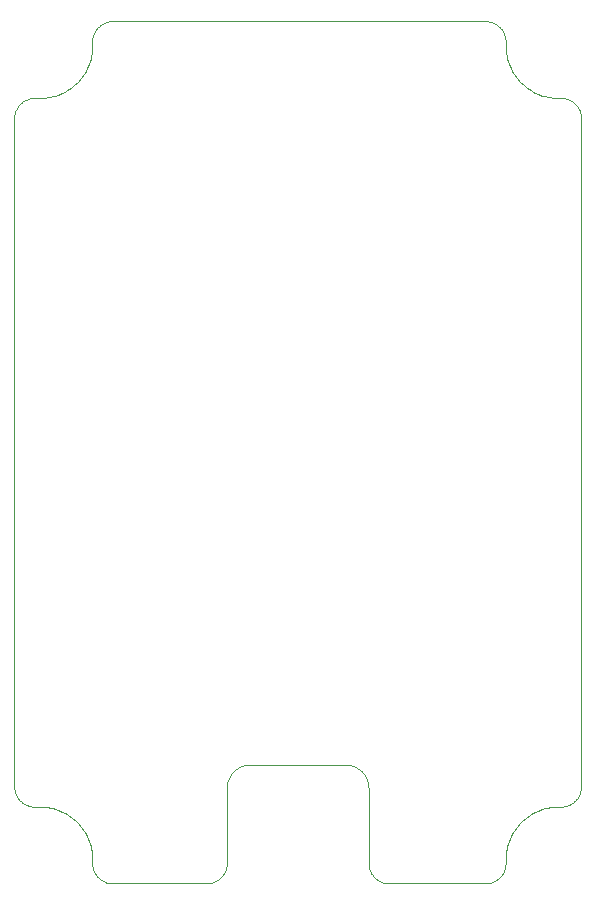
<source format=gbr>
%TF.GenerationSoftware,KiCad,Pcbnew,(6.0.11)*%
%TF.CreationDate,2024-12-16T16:40:19+01:00*%
%TF.ProjectId,Solfacon,536f6c66-6163-46f6-9e2e-6b696361645f,rev?*%
%TF.SameCoordinates,Original*%
%TF.FileFunction,Profile,NP*%
%FSLAX46Y46*%
G04 Gerber Fmt 4.6, Leading zero omitted, Abs format (unit mm)*
G04 Created by KiCad (PCBNEW (6.0.11)) date 2024-12-16 16:40:19*
%MOMM*%
%LPD*%
G01*
G04 APERTURE LIST*
%TA.AperFunction,Profile*%
%ADD10C,0.000100*%
%TD*%
G04 APERTURE END LIST*
D10*
X69973464Y-30002233D02*
X70060831Y-30008872D01*
X70146928Y-30019808D01*
X70231646Y-30034933D01*
X70314878Y-30054139D01*
X70396516Y-30077318D01*
X70476450Y-30104361D01*
X70554574Y-30135162D01*
X70630780Y-30169611D01*
X70704958Y-30207601D01*
X70777001Y-30249023D01*
X70846801Y-30293769D01*
X70914249Y-30341732D01*
X70979238Y-30392802D01*
X71041660Y-30446873D01*
X71101406Y-30503835D01*
X71158369Y-30563581D01*
X71212439Y-30626003D01*
X71263510Y-30690992D01*
X71311472Y-30758441D01*
X71356218Y-30828241D01*
X71397640Y-30900284D01*
X71435630Y-30974463D01*
X71470079Y-31050668D01*
X71500880Y-31128792D01*
X71527924Y-31208727D01*
X71551103Y-31290365D01*
X71570309Y-31373597D01*
X71585434Y-31458315D01*
X71596370Y-31544412D01*
X71603009Y-31631779D01*
X71605242Y-31720308D01*
X71605242Y-32055172D01*
X71611036Y-32283909D01*
X71628211Y-32509643D01*
X71656488Y-32732095D01*
X71695589Y-32950984D01*
X71745232Y-33166032D01*
X71805140Y-33376960D01*
X71875033Y-33583488D01*
X71954632Y-33785336D01*
X72043657Y-33982227D01*
X72141828Y-34173880D01*
X72248867Y-34360016D01*
X72364495Y-34540355D01*
X72488431Y-34714619D01*
X72620398Y-34882529D01*
X72760114Y-35043804D01*
X72907302Y-35198167D01*
X73061681Y-35345336D01*
X73222973Y-35485034D01*
X73390898Y-35616981D01*
X73565177Y-35740897D01*
X73745530Y-35856503D01*
X73931679Y-35963521D01*
X74123343Y-36061670D01*
X74320244Y-36150672D01*
X74522102Y-36230247D01*
X74728637Y-36300116D01*
X74939572Y-36360000D01*
X75154626Y-36409619D01*
X75373520Y-36448694D01*
X75595974Y-36476946D01*
X75821710Y-36494095D01*
X76050448Y-36499863D01*
X76279894Y-36499863D01*
X76368423Y-36502096D01*
X76455789Y-36508735D01*
X76541886Y-36519671D01*
X76626604Y-36534796D01*
X76709835Y-36554002D01*
X76791472Y-36577181D01*
X76871407Y-36604225D01*
X76949531Y-36635025D01*
X77025736Y-36669475D01*
X77099914Y-36707464D01*
X77171957Y-36748886D01*
X77241757Y-36793633D01*
X77309205Y-36841595D01*
X77374194Y-36892666D01*
X77436616Y-36946736D01*
X77496362Y-37003699D01*
X77553324Y-37063445D01*
X77607395Y-37125866D01*
X77658465Y-37190856D01*
X77706428Y-37258304D01*
X77751174Y-37328104D01*
X77792596Y-37400147D01*
X77830586Y-37474326D01*
X77865036Y-37550531D01*
X77895836Y-37628655D01*
X77922880Y-37708590D01*
X77946060Y-37790227D01*
X77965266Y-37873459D01*
X77980391Y-37958178D01*
X77991328Y-38044275D01*
X77997967Y-38131642D01*
X78000200Y-38220171D01*
X78000200Y-94780281D01*
X77997967Y-94868810D01*
X77991329Y-94956176D01*
X77980393Y-95042271D01*
X77965269Y-95126989D01*
X77946063Y-95210219D01*
X77922884Y-95291855D01*
X77895840Y-95371788D01*
X77865040Y-95449910D01*
X77830591Y-95526114D01*
X77792601Y-95600290D01*
X77751179Y-95672331D01*
X77706433Y-95742130D01*
X77658471Y-95809576D01*
X77607400Y-95874564D01*
X77553330Y-95936984D01*
X77496368Y-95996729D01*
X77436622Y-96053690D01*
X77374200Y-96107760D01*
X77309211Y-96158829D01*
X77241762Y-96206791D01*
X77171962Y-96251538D01*
X77099919Y-96292960D01*
X77025740Y-96330950D01*
X76949535Y-96365400D01*
X76871411Y-96396202D01*
X76791476Y-96423248D01*
X76709838Y-96446429D01*
X76626606Y-96465638D01*
X76541888Y-96480766D01*
X76455791Y-96491706D01*
X76368423Y-96498349D01*
X76279894Y-96500587D01*
X76050448Y-96500587D01*
X75821691Y-96506371D01*
X75595937Y-96523537D01*
X75373465Y-96551804D01*
X75154555Y-96590895D01*
X74939486Y-96640530D01*
X74728536Y-96700429D01*
X74521987Y-96770313D01*
X74320116Y-96849903D01*
X74123204Y-96938920D01*
X73931529Y-97037085D01*
X73745372Y-97144118D01*
X73565011Y-97259739D01*
X73390725Y-97383671D01*
X73222795Y-97515632D01*
X73061499Y-97655345D01*
X72907117Y-97802530D01*
X72759928Y-97956908D01*
X72620212Y-98118199D01*
X72488247Y-98286124D01*
X72364314Y-98460404D01*
X72248691Y-98640759D01*
X72141659Y-98826911D01*
X72043495Y-99018580D01*
X71954481Y-99215487D01*
X71874894Y-99417353D01*
X71805015Y-99623897D01*
X71745122Y-99834842D01*
X71695496Y-100049908D01*
X71656415Y-100268815D01*
X71628158Y-100491284D01*
X71611006Y-100717037D01*
X71605238Y-100945793D01*
X71605238Y-101280144D01*
X71603005Y-101368673D01*
X71596366Y-101456040D01*
X71585430Y-101542137D01*
X71570305Y-101626856D01*
X71551099Y-101710088D01*
X71527920Y-101791726D01*
X71500876Y-101871661D01*
X71470076Y-101949785D01*
X71435627Y-102025990D01*
X71397637Y-102100168D01*
X71356215Y-102172212D01*
X71311469Y-102242012D01*
X71263507Y-102309460D01*
X71212436Y-102374450D01*
X71158366Y-102436871D01*
X71101404Y-102496617D01*
X71041658Y-102553580D01*
X70979236Y-102607650D01*
X70914247Y-102658721D01*
X70846799Y-102706683D01*
X70776999Y-102751429D01*
X70704956Y-102792851D01*
X70630777Y-102830841D01*
X70554572Y-102865290D01*
X70476448Y-102896090D01*
X70396513Y-102923134D01*
X70314876Y-102946312D01*
X70231644Y-102965518D01*
X70146925Y-102980643D01*
X70060828Y-102991579D01*
X69973461Y-102998217D01*
X69884932Y-103000450D01*
X61725237Y-103000107D01*
X61636445Y-102997858D01*
X61548819Y-102991192D01*
X61462467Y-102980216D01*
X61377497Y-102965038D01*
X61294019Y-102945769D01*
X61212140Y-102922515D01*
X61131969Y-102895385D01*
X61053613Y-102864487D01*
X60977183Y-102829931D01*
X60902785Y-102791824D01*
X60830529Y-102750275D01*
X60760523Y-102705392D01*
X60692875Y-102657284D01*
X60627693Y-102606058D01*
X60565087Y-102551825D01*
X60505164Y-102494691D01*
X60448033Y-102434765D01*
X60393802Y-102372156D01*
X60342579Y-102306973D01*
X60294474Y-102239322D01*
X60249594Y-102169314D01*
X60208048Y-102097056D01*
X60169944Y-102022657D01*
X60135391Y-101946225D01*
X60104497Y-101867869D01*
X60077371Y-101787696D01*
X60054120Y-101705816D01*
X60034854Y-101622337D01*
X60019680Y-101537367D01*
X60008708Y-101451015D01*
X60002045Y-101363389D01*
X59999800Y-101274597D01*
X59999804Y-94915413D01*
X59997236Y-94813854D01*
X59989615Y-94713628D01*
X59977064Y-94614859D01*
X59959709Y-94517672D01*
X59937672Y-94422190D01*
X59911078Y-94328536D01*
X59880051Y-94236836D01*
X59844714Y-94147214D01*
X59805193Y-94059792D01*
X59761610Y-93974696D01*
X59714090Y-93892048D01*
X59662756Y-93811974D01*
X59607734Y-93734597D01*
X59549146Y-93660042D01*
X59487117Y-93588431D01*
X59421770Y-93519890D01*
X59353231Y-93454542D01*
X59281622Y-93392511D01*
X59207067Y-93333921D01*
X59129692Y-93278896D01*
X59049619Y-93227561D01*
X58966973Y-93180038D01*
X58881878Y-93136453D01*
X58794458Y-93096929D01*
X58704836Y-93061590D01*
X58613137Y-93030560D01*
X58519484Y-93003964D01*
X58424002Y-92981924D01*
X58326815Y-92964566D01*
X58228047Y-92952013D01*
X58127821Y-92944389D01*
X58026262Y-92941818D01*
X49973543Y-92941589D01*
X49875682Y-92944012D01*
X49778485Y-92951241D01*
X49682113Y-92963209D01*
X49586730Y-92979849D01*
X49492495Y-93001095D01*
X49399572Y-93026878D01*
X49308122Y-93057134D01*
X49218307Y-93091793D01*
X49130288Y-93130790D01*
X49044227Y-93174057D01*
X48960286Y-93221527D01*
X48878627Y-93273134D01*
X48799411Y-93328810D01*
X48722801Y-93388489D01*
X48648958Y-93452102D01*
X48578043Y-93519585D01*
X48510559Y-93590497D01*
X48446942Y-93664339D01*
X48387262Y-93740948D01*
X48331583Y-93820162D01*
X48279974Y-93901820D01*
X48232501Y-93985760D01*
X48189231Y-94071819D01*
X48150231Y-94159838D01*
X48115569Y-94249652D01*
X48085311Y-94341102D01*
X48059524Y-94434025D01*
X48038275Y-94528258D01*
X48021632Y-94623641D01*
X48009660Y-94720012D01*
X48002428Y-94817209D01*
X48000002Y-94915070D01*
X48000006Y-101274261D01*
X47997761Y-101363055D01*
X47991098Y-101450682D01*
X47980125Y-101537036D01*
X47964952Y-101622007D01*
X47945686Y-101705488D01*
X47922436Y-101787369D01*
X47895309Y-101867543D01*
X47864416Y-101945901D01*
X47829863Y-102022335D01*
X47791760Y-102096735D01*
X47750214Y-102168995D01*
X47705334Y-102239005D01*
X47657230Y-102306657D01*
X47606007Y-102371842D01*
X47551777Y-102434453D01*
X47494646Y-102494380D01*
X47434723Y-102551516D01*
X47372116Y-102605751D01*
X47306935Y-102656978D01*
X47239287Y-102705089D01*
X47169280Y-102749974D01*
X47097024Y-102791525D01*
X47022626Y-102829634D01*
X46946195Y-102864192D01*
X46867840Y-102895092D01*
X46787668Y-102922224D01*
X46705788Y-102945481D01*
X46622309Y-102964753D01*
X46537339Y-102979933D01*
X46450985Y-102990911D01*
X46363358Y-102997581D01*
X46274565Y-102999832D01*
X38325075Y-103000465D01*
X38236546Y-102998232D01*
X38149179Y-102991594D01*
X38063082Y-102980658D01*
X37978364Y-102965534D01*
X37895132Y-102946328D01*
X37813494Y-102923149D01*
X37733559Y-102896105D01*
X37655435Y-102865305D01*
X37579230Y-102830856D01*
X37505051Y-102792866D01*
X37433008Y-102751444D01*
X37363208Y-102706698D01*
X37295759Y-102658736D01*
X37230770Y-102607665D01*
X37168348Y-102553595D01*
X37108602Y-102496633D01*
X37051640Y-102436887D01*
X36997569Y-102374465D01*
X36946499Y-102309476D01*
X36898536Y-102242027D01*
X36853790Y-102172227D01*
X36812368Y-102100184D01*
X36774378Y-102026005D01*
X36739929Y-101949800D01*
X36709128Y-101871676D01*
X36682085Y-101791741D01*
X36658906Y-101710103D01*
X36639700Y-101626871D01*
X36624574Y-101542153D01*
X36613639Y-101456056D01*
X36607000Y-101368688D01*
X36604767Y-101280159D01*
X36604767Y-100945808D01*
X36598999Y-100717071D01*
X36581850Y-100491335D01*
X36553598Y-100268881D01*
X36514523Y-100049987D01*
X36464904Y-99834933D01*
X36405020Y-99623999D01*
X36335151Y-99417463D01*
X36255576Y-99215606D01*
X36166574Y-99018705D01*
X36068425Y-98827041D01*
X35961407Y-98640893D01*
X35845801Y-98460540D01*
X35721884Y-98286261D01*
X35589938Y-98118337D01*
X35450240Y-97957045D01*
X35303070Y-97802666D01*
X35148708Y-97655478D01*
X34987432Y-97515762D01*
X34819523Y-97383796D01*
X34645259Y-97259859D01*
X34464919Y-97144232D01*
X34278783Y-97037192D01*
X34087130Y-96939021D01*
X33890240Y-96849996D01*
X33688391Y-96770397D01*
X33481864Y-96700504D01*
X33270936Y-96640596D01*
X33055888Y-96590952D01*
X32836999Y-96551851D01*
X32614547Y-96523573D01*
X32388814Y-96506397D01*
X32160076Y-96500603D01*
X31720308Y-96500603D01*
X31631779Y-96498370D01*
X31544412Y-96491731D01*
X31458315Y-96480796D01*
X31373597Y-96465671D01*
X31290365Y-96446465D01*
X31208727Y-96423286D01*
X31128792Y-96396242D01*
X31050668Y-96365442D01*
X30974463Y-96330993D01*
X30900284Y-96293004D01*
X30828241Y-96251582D01*
X30758441Y-96206835D01*
X30690992Y-96158873D01*
X30626003Y-96107803D01*
X30563581Y-96053732D01*
X30503835Y-95996770D01*
X30446873Y-95937024D01*
X30392802Y-95874602D01*
X30341732Y-95809613D01*
X30293769Y-95742164D01*
X30249023Y-95672364D01*
X30207601Y-95600321D01*
X30169611Y-95526143D01*
X30135162Y-95449937D01*
X30104361Y-95371813D01*
X30077318Y-95291878D01*
X30054139Y-95210241D01*
X30034933Y-95127009D01*
X30019808Y-95042290D01*
X30008872Y-94956193D01*
X30002233Y-94868826D01*
X30000000Y-94780296D01*
X30000000Y-38220171D01*
X30002233Y-38131642D01*
X30008872Y-38044275D01*
X30019808Y-37958178D01*
X30034933Y-37873459D01*
X30054139Y-37790227D01*
X30077318Y-37708590D01*
X30104362Y-37628655D01*
X30135163Y-37550531D01*
X30169612Y-37474325D01*
X30207602Y-37400147D01*
X30249024Y-37328104D01*
X30293770Y-37258304D01*
X30341733Y-37190855D01*
X30392803Y-37125866D01*
X30446874Y-37063444D01*
X30503836Y-37003698D01*
X30563582Y-36946735D01*
X30626004Y-36892665D01*
X30690993Y-36841594D01*
X30758442Y-36793632D01*
X30828242Y-36748886D01*
X30900285Y-36707463D01*
X30974463Y-36669474D01*
X31050668Y-36635025D01*
X31128792Y-36604224D01*
X31208727Y-36577180D01*
X31290365Y-36554001D01*
X31373597Y-36534795D01*
X31458315Y-36519670D01*
X31544412Y-36508734D01*
X31631779Y-36502096D01*
X31720308Y-36499863D01*
X32160076Y-36499863D01*
X32388795Y-36494069D01*
X32614511Y-36476896D01*
X32836945Y-36448623D01*
X33055819Y-36409528D01*
X33270851Y-36359892D01*
X33481765Y-36299992D01*
X33688279Y-36230110D01*
X33890115Y-36150523D01*
X34086994Y-36061511D01*
X34278637Y-35963353D01*
X34464764Y-35856329D01*
X34645095Y-35740717D01*
X34819353Y-35616798D01*
X34987257Y-35484849D01*
X35148528Y-35345151D01*
X35302888Y-35197983D01*
X35450056Y-35043623D01*
X35589754Y-34882352D01*
X35721702Y-34714448D01*
X35845622Y-34540190D01*
X35961233Y-34359858D01*
X36068258Y-34173732D01*
X36166415Y-33982089D01*
X36255427Y-33785210D01*
X36335014Y-33583374D01*
X36404897Y-33376860D01*
X36464796Y-33165947D01*
X36514432Y-32950914D01*
X36553527Y-32732041D01*
X36581800Y-32509607D01*
X36598974Y-32283891D01*
X36604767Y-32055172D01*
X36604767Y-31720308D01*
X36607000Y-31631779D01*
X36613639Y-31544412D01*
X36624574Y-31458315D01*
X36639700Y-31373596D01*
X36658906Y-31290364D01*
X36682085Y-31208727D01*
X36709128Y-31128792D01*
X36739929Y-31050668D01*
X36774378Y-30974462D01*
X36812368Y-30900284D01*
X36853790Y-30828241D01*
X36898536Y-30758441D01*
X36946499Y-30690992D01*
X36997569Y-30626003D01*
X37051640Y-30563581D01*
X37108602Y-30503835D01*
X37168348Y-30446872D01*
X37230770Y-30392802D01*
X37295759Y-30341731D01*
X37363208Y-30293769D01*
X37433008Y-30249023D01*
X37505051Y-30207601D01*
X37579230Y-30169611D01*
X37655435Y-30135162D01*
X37733559Y-30104361D01*
X37813494Y-30077317D01*
X37895132Y-30054139D01*
X37978364Y-30034933D01*
X38063082Y-30019808D01*
X38149179Y-30008872D01*
X38236546Y-30002233D01*
X38325075Y-30000000D01*
X69884936Y-30000000D01*
X69973464Y-30002233D01*
M02*

</source>
